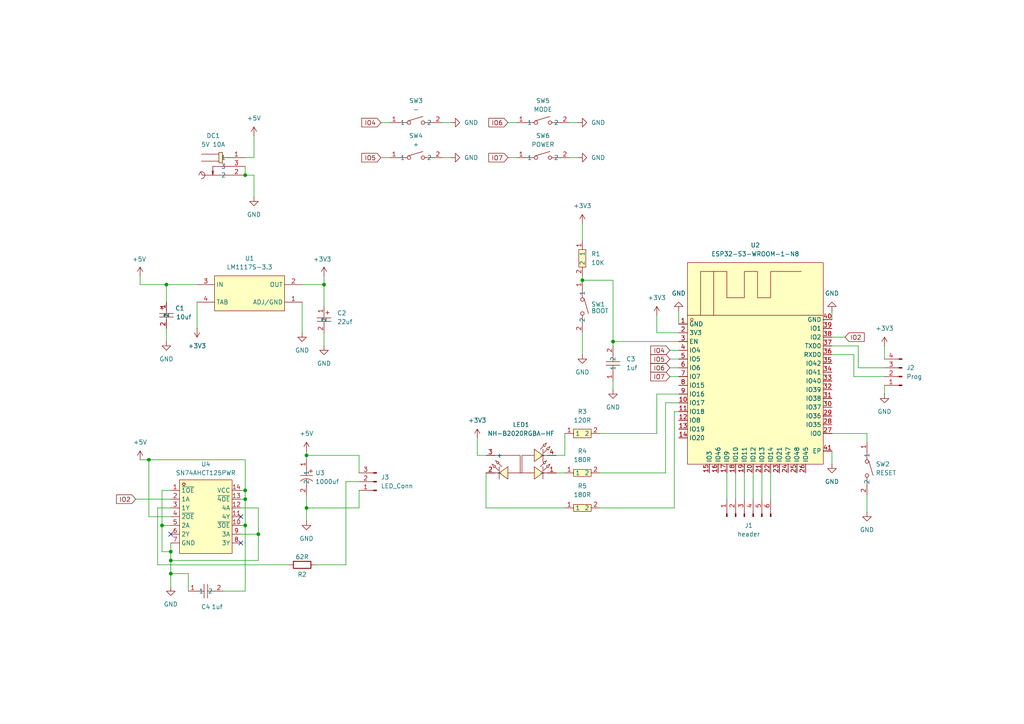
<source format=kicad_sch>
(kicad_sch (version 20250114) (generator "eeschema") (generator_version "9.0")
  (paper "A4")
  (title_block (title "ESP32-LED-CONTROLLER") (date "2025-07-26") (rev "v0.2") (company "ARKANDAS"))
  (lib_symbols
    (symbol "Connector:Conn_01x03_Pin" (pin_names (offset 1.016) (hide yes))
      (property "Reference" "J" (at 0 5.08 0))
      (property "Value" "Conn_01x03_Pin" (at 0 -5.08 0))
      (symbol "Conn_01x03_Pin_1_1"
        (rectangle (start 0.8636 2.667) (end 0 2.413) (stroke (width 0.1524)) (fill (type outline)))
        (rectangle (start 0.8636 0.127) (end 0 -0.127) (stroke (width 0.1524)) (fill (type outline)))
        (rectangle (start 0.8636 -2.413) (end 0 -2.667) (stroke (width 0.1524)) (fill (type outline)))
        (polyline (pts (xy 1.27 2.54) (xy 0.8636 2.54)) (stroke (width 0.1524)))
        (polyline (pts (xy 1.27 0) (xy 0.8636 0)) (stroke (width 0.1524)))
        (polyline (pts (xy 1.27 -2.54) (xy 0.8636 -2.54)) (stroke (width 0.1524)))
        (pin passive line (at 5.08 2.54 180) (length 3.81) (name "Pin_1") (number "1"))
        (pin passive line (at 5.08 0 180) (length 3.81) (name "Pin_2") (number "2"))
        (pin passive line (at 5.08 -2.54 180) (length 3.81) (name "Pin_3") (number "3"))
      )
    )
    (symbol "Connector:Conn_01x04_Pin" (pin_names (offset 1.016) (hide yes))
      (property "Reference" "J" (at 0 5.08 0))
      (property "Value" "Conn_01x04_Pin" (at 0 -7.62 0))
      (symbol "Conn_01x04_Pin_1_1"
        (rectangle (start 0.8636 2.667) (end 0 2.413) (stroke (width 0.1524)) (fill (type outline)))
        (rectangle (start 0.8636 0.127) (end 0 -0.127) (stroke (width 0.1524)) (fill (type outline)))
        (rectangle (start 0.8636 -2.413) (end 0 -2.667) (stroke (width 0.1524)) (fill (type outline)))
        (rectangle (start 0.8636 -4.953) (end 0 -5.207) (stroke (width 0.1524)) (fill (type outline)))
        (polyline (pts (xy 1.27 2.54) (xy 0.8636 2.54)) (stroke (width 0.1524)))
        (polyline (pts (xy 1.27 0) (xy 0.8636 0)) (stroke (width 0.1524)))
        (polyline (pts (xy 1.27 -2.54) (xy 0.8636 -2.54)) (stroke (width 0.1524)))
        (polyline (pts (xy 1.27 -5.08) (xy 0.8636 -5.08)) (stroke (width 0.1524)))
        (pin passive line (at 5.08 2.54 180) (length 3.81) (name "Pin_1") (number "1"))
        (pin passive line (at 5.08 0 180) (length 3.81) (name "Pin_2") (number "2"))
        (pin passive line (at 5.08 -2.54 180) (length 3.81) (name "Pin_3") (number "3"))
        (pin passive line (at 5.08 -5.08 180) (length 3.81) (name "Pin_4") (number "4"))
      )
    )
    (symbol "Connector:Conn_01x06_Pin" (pin_names (offset 1.016) (hide yes))
      (property "Reference" "J" (at 0 7.62 0))
      (property "Value" "Conn_01x06_Pin" (at 0 -10.16 0))
      (symbol "Conn_01x06_Pin_1_1"
        (rectangle (start 0.8636 5.207) (end 0 4.953) (stroke (width 0.1524)) (fill (type outline)))
        (rectangle (start 0.8636 2.667) (end 0 2.413) (stroke (width 0.1524)) (fill (type outline)))
        (rectangle (start 0.8636 0.127) (end 0 -0.127) (stroke (width 0.1524)) (fill (type outline)))
        (rectangle (start 0.8636 -2.413) (end 0 -2.667) (stroke (width 0.1524)) (fill (type outline)))
        (rectangle (start 0.8636 -4.953) (end 0 -5.207) (stroke (width 0.1524)) (fill (type outline)))
        (rectangle (start 0.8636 -7.493) (end 0 -7.747) (stroke (width 0.1524)) (fill (type outline)))
        (polyline (pts (xy 1.27 5.08) (xy 0.8636 5.08)) (stroke (width 0.1524)))
        (polyline (pts (xy 1.27 2.54) (xy 0.8636 2.54)) (stroke (width 0.1524)))
        (polyline (pts (xy 1.27 0) (xy 0.8636 0)) (stroke (width 0.1524)))
        (polyline (pts (xy 1.27 -2.54) (xy 0.8636 -2.54)) (stroke (width 0.1524)))
        (polyline (pts (xy 1.27 -5.08) (xy 0.8636 -5.08)) (stroke (width 0.1524)))
        (polyline (pts (xy 1.27 -7.62) (xy 0.8636 -7.62)) (stroke (width 0.1524)))
        (pin passive line (at 5.08 5.08 180) (length 3.81) (name "Pin_1") (number "1"))
        (pin passive line (at 5.08 2.54 180) (length 3.81) (name "Pin_2") (number "2"))
        (pin passive line (at 5.08 0 180) (length 3.81) (name "Pin_3") (number "3"))
        (pin passive line (at 5.08 -2.54 180) (length 3.81) (name "Pin_4") (number "4"))
        (pin passive line (at 5.08 -5.08 180) (length 3.81) (name "Pin_5") (number "5"))
        (pin passive line (at 5.08 -7.62 180) (length 3.81) (name "Pin_6") (number "6"))
      )
    )
    (symbol "Device:R" (pin_numbers (hide yes)) (pin_names (offset 0))
      (property "Reference" "R" (at 2.032 0 90))
      (property "Value" "R" (at 0 0 90))
      (symbol "R_0_1"
        (rectangle (start -1.016 -2.54) (end 1.016 2.54) (stroke (width 0.254)))
      )
      (symbol "R_1_1"
        (pin passive line (at 0 3.81 270) (length 1.27) (name "~") (number "1"))
        (pin passive line (at 0 -3.81 90) (length 1.27) (name "~") (number "2"))
      )
    )
    (symbol "easyeda2kicad:0603WAF1002T5E"
      (property "Reference" "R" (at 0 5.08 0))
      (property "Value" "0603WAF1002T5E" (at 0 -5.08 0))
      (symbol "0603WAF1002T5E_0_1"
        (rectangle (start -2.54 1.02) (end 2.54 -1.02) (fill (type background)))
        (pin input line (at -5.08 0 0) (length 2.54) (name "1") (number "1"))
        (pin input line (at 5.08 0 180) (length 2.54) (name "2") (number "2"))
      )
    )
    (symbol "easyeda2kicad:0603WAF1800T5E"
      (property "Reference" "R" (at 0 5.08 0))
      (property "Value" "0603WAF1800T5E" (at 0 -5.08 0))
      (symbol "0603WAF1800T5E_0_1"
        (rectangle (start -2.54 1.02) (end 2.54 -1.02) (fill (type background)))
        (pin input line (at -5.08 0 0) (length 2.54) (name "1") (number "1"))
        (pin input line (at 5.08 0 180) (length 2.54) (name "2") (number "2"))
      )
    )
    (symbol "easyeda2kicad:118EC333"
      (property "Reference" "U" (at 0 5.08 0))
      (property "Value" "118EC333" (at 0 -5.08 0))
      (symbol "118EC333_0_1"
        (polyline (pts (xy -2.54 0) (xy -0.51 0)))
        (polyline (pts (xy -2.29 1.27) (xy -1.27 1.27)))
        (polyline (pts (xy -1.78 1.78) (xy -1.78 0.76)))
        (polyline (pts (xy -0.51 1.78) (xy -0.51 -1.78)))
        (polyline (pts (xy 0.51 0) (xy 2.54 0)))
        (arc (start 1.13 -1.75) (mid 0.4221 0.0241) (end 1.15 1.79))
        (pin input line (at -5.08 0 0) (length 2.54) (name "1") (number "1"))
        (pin input line (at 5.08 0 180) (length 2.54) (name "2") (number "2"))
      )
    )
    (symbol "easyeda2kicad:CS1608X5R105K250NRB"
      (property "Reference" "C" (at 0 5.08 0))
      (property "Value" "CS1608X5R105K250NRB" (at 0 -5.08 0))
      (symbol "CS1608X5R105K250NRB_0_1"
        (polyline (pts (xy -0.51 0) (xy -2.54 0)))
        (polyline (pts (xy -0.51 -2.03) (xy -0.51 2.03)))
        (polyline (pts (xy 0.51 2.03) (xy 0.51 -2.03)))
        (polyline (pts (xy 2.54 0) (xy 0.51 0)))
        (pin unspecified line (at -5.08 0 0) (length 2.54) (name "1") (number "1"))
        (pin unspecified line (at 5.08 0 180) (length 2.54) (name "2") (number "2"))
      )
    )
    (symbol "easyeda2kicad:DC-005-5A-2.5"
      (property "Reference" "DC" (at 0 7.62 0))
      (property "Value" "DC-005-5A-2.5" (at 0 -7.62 0))
      (symbol "DC-005-5A-2.5_0_1"
        (arc (start -7.62 -1.52) (mid -6.6379 -2.54) (end -7.62 -3.56))
        (polyline (pts (xy -4.32 -2.54) (xy -4.06 -1.27)))
        (rectangle (start -2.54 4.06) (end -1.52 1.02) (fill (type background)))
        (polyline (pts (xy -2.54 3.56) (xy -7.62 3.56)))
        (polyline (pts (xy -2.54 1.52) (xy -7.62 1.52)))
        (polyline (pts (xy 0 2.54) (xy -1.52 2.54)))
        (polyline (pts (xy 0 0) (xy -4.32 0) (xy -4.32 -2.54) (xy -4.57 -1.27)))
        (polyline (pts (xy 0 -2.54) (xy -7.37 -2.54) (xy -7.87 -1.52) (xy -8.38 -2.54)))
        (pin unspecified line (at 5.08 2.54 180) (length 5.08) (name "1") (number "1"))
        (pin unspecified line (at 5.08 0 180) (length 5.08) (name "3") (number "3"))
        (pin unspecified line (at 5.08 -2.54 180) (length 5.08) (name "2") (number "2"))
      )
    )
    (symbol "easyeda2kicad:ESP32-S3-WROOM-1-N8"
      (property "Reference" "U" (at 0 19.05 0))
      (property "Value" "ESP32-S3-WROOM-1-N8" (at 0 -35.56 0))
      (symbol "ESP32-S3-WROOM-1-N8_0_1"
        (rectangle (start -20.32 30.48) (end 19.05 -27.94) (fill (type background)))
        (polyline (pts (xy -20.32 15.24) (xy 19.05 15.24)))
        (circle (center -19.05 13.97) (radius 0.38))
        (polyline (pts (xy -16.51 15.24) (xy -16.51 27.94) (xy -8.89 27.94) (xy -8.89 20.32) (xy -3.81 20.32) (xy -3.81 27.94) (xy 0 27.94) (xy 0 20.32) (xy 3.81 20.32) (xy 3.81 27.94) (xy 12.7 27.94)))
        (polyline (pts (xy -12.7 17.78) (xy -12.7 27.94)))
        (polyline (pts (xy -12.7 17.78) (xy -12.7 15.24)))
        (pin unspecified line (at -22.86 12.7 0) (length 2.54) (name "GND") (number "1"))
        (pin unspecified line (at -22.86 10.16 0) (length 2.54) (name "3V3") (number "2"))
        (pin unspecified line (at -22.86 7.62 0) (length 2.54) (name "EN") (number "3"))
        (pin unspecified line (at -22.86 5.08 0) (length 2.54) (name "IO4") (number "4"))
        (pin unspecified line (at -22.86 2.54 0) (length 2.54) (name "IO5") (number "5"))
        (pin unspecified line (at -22.86 0 0) (length 2.54) (name "IO6") (number "6"))
        (pin unspecified line (at -22.86 -2.54 0) (length 2.54) (name "IO7") (number "7"))
        (pin unspecified line (at -22.86 -5.08 0) (length 2.54) (name "IO15") (number "8"))
        (pin unspecified line (at -22.86 -7.62 0) (length 2.54) (name "IO16") (number "9"))
        (pin unspecified line (at -22.86 -10.16 0) (length 2.54) (name "IO17") (number "10"))
        (pin unspecified line (at -22.86 -12.7 0) (length 2.54) (name "IO18") (number "11"))
        (pin unspecified line (at -22.86 -15.24 0) (length 2.54) (name "IO8") (number "12"))
        (pin unspecified line (at -22.86 -17.78 0) (length 2.54) (name "IO19") (number "13"))
        (pin unspecified line (at -22.86 -20.32 0) (length 2.54) (name "IO20") (number "14"))
        (pin unspecified line (at -13.97 -30.48 90) (length 2.54) (name "IO3") (number "15"))
        (pin unspecified line (at -11.43 -30.48 90) (length 2.54) (name "IO46") (number "16"))
        (pin unspecified line (at -8.89 -30.48 90) (length 2.54) (name "IO9") (number "17"))
        (pin unspecified line (at -6.35 -30.48 90) (length 2.54) (name "IO10") (number "18"))
        (pin unspecified line (at -3.81 -30.48 90) (length 2.54) (name "IO11") (number "19"))
        (pin unspecified line (at -1.27 -30.48 90) (length 2.54) (name "IO12") (number "20"))
        (pin unspecified line (at 1.27 -30.48 90) (length 2.54) (name "IO13") (number "21"))
        (pin unspecified line (at 3.81 -30.48 90) (length 2.54) (name "IO14") (number "22"))
        (pin unspecified line (at 6.35 -30.48 90) (length 2.54) (name "IO21") (number "23"))
        (pin unspecified line (at 8.89 -30.48 90) (length 2.54) (name "IO47") (number "24"))
        (pin unspecified line (at 11.43 -30.48 90) (length 2.54) (name "IO48") (number "25"))
        (pin unspecified line (at 13.97 -30.48 90) (length 2.54) (name "IO45") (number "26"))
        (pin unspecified line (at 21.59 13.97 180) (length 2.54) (name "GND") (number "40"))
        (pin unspecified line (at 21.59 11.43 180) (length 2.54) (name "IO1") (number "39"))
        (pin unspecified line (at 21.59 8.89 180) (length 2.54) (name "IO2") (number "38"))
        (pin unspecified line (at 21.59 6.35 180) (length 2.54) (name "TXD0") (number "37"))
        (pin unspecified line (at 21.59 3.81 180) (length 2.54) (name "RXD0") (number "36"))
        (pin unspecified line (at 21.59 1.27 180) (length 2.54) (name "IO42") (number "35"))
        (pin unspecified line (at 21.59 -1.27 180) (length 2.54) (name "IO41") (number "34"))
        (pin unspecified line (at 21.59 -3.81 180) (length 2.54) (name "IO40") (number "33"))
        (pin unspecified line (at 21.59 -6.35 180) (length 2.54) (name "IO39") (number "32"))
        (pin unspecified line (at 21.59 -8.89 180) (length 2.54) (name "IO38") (number "31"))
        (pin unspecified line (at 21.59 -11.43 180) (length 2.54) (name "IO37") (number "30"))
        (pin unspecified line (at 21.59 -13.97 180) (length 2.54) (name "IO36") (number "29"))
        (pin unspecified line (at 21.59 -16.51 180) (length 2.54) (name "IO35") (number "28"))
        (pin unspecified line (at 21.59 -19.05 180) (length 2.54) (name "IO0") (number "27"))
        (pin unspecified line (at 21.59 -24.13 180) (length 2.54) (name "EP") (number "41"))
      )
    )
    (symbol "easyeda2kicad:FRC0603J121TS"
      (property "Reference" "R" (at 0 5.08 0))
      (property "Value" "FRC0603J121 TS" (at 0 -5.08 0))
      (symbol "FRC0603J121TS_0_1"
        (rectangle (start -2.54 1.27) (end 2.54 -1.27) (fill (type background)))
        (pin unspecified line (at -5.08 0 0) (length 2.54) (name "1") (number "1"))
        (pin unspecified line (at 5.08 0 180) (length 2.54) (name "2") (number "2"))
      )
    )
    (symbol "easyeda2kicad:LM1117S-3.3"
      (property "Reference" "U" (at 0 7.62 0))
      (property "Value" "LM1117S-3.3" (at 0 -7.62 0))
      (symbol "LM1117S-3.3_0_1"
        (rectangle (start -10.16 5.08) (end 10.16 -5.08) (fill (type background)))
        (pin power_in line (at -15.24 2.54 0) (length 5.08) (name "IN") (number "3"))
        (pin power_in line (at -15.24 -2.54 0) (length 5.08) (name "TAB") (number "4"))
        (pin power_in line (at 15.24 2.54 180) (length 5.08) (name "OUT") (number "2"))
        (pin unspecified line (at 15.24 -2.54 180) (length 5.08) (name "ADJ/GND") (number "1"))
      )
    )
    (symbol "easyeda2kicad:NH-B2020RGBA-HF"
      (property "Reference" "LED" (at 0 7.62 0))
      (property "Value" "NH-B2020RGBA-HF" (at 0 -7.62 0))
      (symbol "NH-B2020RGBA-HF_0_1"
        (polyline (pts (xy -8.38 0) (xy -7.37 -0.51) (xy -7.87 -1.02) (xy -8.38 0)) (fill (type background)))
        (polyline (pts (xy -7.37 1.02) (xy -6.35 0.51) (xy -6.86 0) (xy -7.37 1.02)) (fill (type background)))
        (polyline (pts (xy -6.6 -1.78) (xy -7.62 -0.76) (xy -6.6 -1.78)) (fill (type background)))
        (polyline (pts (xy -6.35 -0.76) (xy -6.35 -4.32)))
        (polyline (pts (xy -6.35 -2.54) (xy -7.62 -2.54)))
        (polyline (pts (xy -5.59 -0.76) (xy -6.6 0.25) (xy -5.59 -0.76)) (fill (type background)))
        (polyline (pts (xy -3.81 -0.76) (xy -6.35 -2.54) (xy -3.81 -4.32) (xy -3.81 -0.76)) (fill (type background)))
        (polyline (pts (xy -0.25 -2.54) (xy -0.25 2.54) (xy -7.62 2.54)))
        (polyline (pts (xy 0.25 -2.54) (xy 0.25 2.54) (xy 2.54 2.54)))
        (polyline (pts (xy 2.54 2.54) (xy 3.81 2.54)))
        (polyline (pts (xy 2.54 -2.54) (xy -3.81 -2.54)))
        (polyline (pts (xy 2.54 -2.54) (xy 3.81 -2.54)))
        (polyline (pts (xy 3.81 4.32) (xy 6.35 2.54) (xy 3.81 0.76) (xy 3.81 4.32)) (fill (type background)))
        (polyline (pts (xy 3.81 -0.76) (xy 6.35 -2.54) (xy 3.81 -4.32) (xy 3.81 -0.76)) (fill (type background)))
        (polyline (pts (xy 5.59 4.32) (xy 6.6 5.33) (xy 5.59 4.32)) (fill (type background)))
        (polyline (pts (xy 5.59 -0.76) (xy 6.6 0.25) (xy 5.59 -0.76)) (fill (type background)))
        (polyline (pts (xy 6.35 4.32) (xy 6.35 0.76)))
        (polyline (pts (xy 6.35 2.54) (xy 7.62 2.54)))
        (polyline (pts (xy 6.35 -0.76) (xy 6.35 -4.32)))
        (polyline (pts (xy 6.35 -2.54) (xy 7.62 -2.54)))
        (polyline (pts (xy 6.6 3.3) (xy 7.62 4.32) (xy 6.6 3.3)) (fill (type background)))
        (polyline (pts (xy 6.6 -1.78) (xy 7.62 -0.76) (xy 6.6 -1.78)) (fill (type background)))
        (polyline (pts (xy 7.37 6.1) (xy 6.35 5.59) (xy 6.86 5.08) (xy 7.37 6.1)) (fill (type background)))
        (polyline (pts (xy 7.37 1.02) (xy 6.35 0.51) (xy 6.86 0) (xy 7.37 1.02)) (fill (type background)))
        (polyline (pts (xy 8.38 5.08) (xy 7.37 4.57) (xy 7.87 4.06) (xy 8.38 5.08)) (fill (type background)))
        (polyline (pts (xy 8.38 0) (xy 7.37 -0.51) (xy 7.87 -1.02) (xy 8.38 0)) (fill (type background)))
        (pin unspecified line (at -10.16 2.54 0) (length 2.54) (name "+") (number "3"))
        (pin unspecified line (at -10.16 -2.54 0) (length 2.54) (name "-") (number "2"))
        (pin unspecified line (at 10.16 2.54 180) (length 2.54) (name "-") (number "4"))
        (pin unspecified line (at 10.16 -2.54 180) (length 2.54) (name "-") (number "1"))
      )
    )
    (symbol "easyeda2kicad:SN74AHCT125PWR"
      (property "Reference" "U" (at 0 12.7 0))
      (property "Value" "SN74AHCT125PWR" (at 0 -12.7 0))
      (symbol "SN74AHCT125PWR_0_1"
        (rectangle (start -7.62 10.67) (end 7.62 -10.67) (fill (type background)))
        (circle (center -6.35 9.4) (radius 0.38))
        (circle (center -6.35 9.4) (radius 0.38))
        (pin unspecified line (at -10.16 7.62 0) (length 2.54) (name "~{1OE}") (number "1"))
        (pin unspecified line (at -10.16 5.08 0) (length 2.54) (name "1A") (number "2"))
        (pin unspecified line (at -10.16 2.54 0) (length 2.54) (name "1Y") (number "3"))
        (pin unspecified line (at -10.16 0 0) (length 2.54) (name "~{2OE}") (number "4"))
        (pin unspecified line (at -10.16 -2.54 0) (length 2.54) (name "2A") (number "5"))
        (pin unspecified line (at -10.16 -5.08 0) (length 2.54) (name "2Y") (number "6"))
        (pin unspecified line (at -10.16 -7.62 0) (length 2.54) (name "GND") (number "7"))
        (pin unspecified line (at 10.16 7.62 180) (length 2.54) (name "VCC") (number "14"))
        (pin unspecified line (at 10.16 5.08 180) (length 2.54) (name "~{4OE}") (number "13"))
        (pin unspecified line (at 10.16 2.54 180) (length 2.54) (name "4A") (number "12"))
        (pin unspecified line (at 10.16 0 180) (length 2.54) (name "4Y") (number "11"))
        (pin unspecified line (at 10.16 -2.54 180) (length 2.54) (name "~{3OE}") (number "10"))
        (pin unspecified line (at 10.16 -5.08 180) (length 2.54) (name "3A") (number "9"))
        (pin unspecified line (at 10.16 -7.62 180) (length 2.54) (name "3Y") (number "8"))
      )
    )
    (symbol "easyeda2kicad:TAJA106K016RNJ"
      (property "Reference" "C" (at 0 5.08 0))
      (property "Value" "TAJA106K016RNJ" (at 0 -5.08 0))
      (symbol "TAJA106K016RNJ_0_1"
        (polyline (pts (xy -0.51 0) (xy -1.27 0)))
        (polyline (pts (xy -0.51 -2.03) (xy -0.51 2.03)))
        (polyline (pts (xy 0.51 -2.03) (xy 0.51 2.03)))
        (polyline (pts (xy 1.27 0) (xy 0.51 0)))
        (polyline (pts (xy 1.52 1.27) (xy 2.54 1.27)))
        (polyline (pts (xy 2.03 1.78) (xy 2.03 0.76)))
        (pin input line (at -3.81 0 0) (length 2.54) (name "2") (number "2"))
        (pin input line (at 3.81 0 180) (length 2.54) (name "1") (number "1"))
      )
    )
    (symbol "easyeda2kicad:TAJA226K010RNJ"
      (property "Reference" "C" (at 0 5.08 0))
      (property "Value" "TAJA226K010RNJ" (at 0 -5.08 0))
      (symbol "TAJA226K010RNJ_0_1"
        (polyline (pts (xy -0.51 0) (xy -1.27 0)))
        (polyline (pts (xy -0.51 -2.03) (xy -0.51 2.03)))
        (polyline (pts (xy 0.51 -2.03) (xy 0.51 2.03)))
        (polyline (pts (xy 1.27 0) (xy 0.51 0)))
        (polyline (pts (xy 2.03 -1.52) (xy 2.03 -0.51)))
        (polyline (pts (xy 2.54 -1.02) (xy 1.52 -1.02)))
        (pin input line (at -3.81 0 0) (length 2.54) (name "2") (number "2"))
        (pin input line (at 3.81 0 180) (length 2.54) (name "1") (number "1"))
      )
    )
    (symbol "easyeda2kicad:TS-1088-AR02016"
      (property "Reference" "SW" (at 0 5.08 0))
      (property "Value" "TS-1088-AR02016" (at 0 -5.08 0))
      (symbol "TS-1088-AR02016_0_1"
        (polyline (pts (xy -5.08 0) (xy -2.54 0)))
        (polyline (pts (xy -2.29 0.51) (xy 2.03 1.78)))
        (circle (center -2.03 0) (radius 0.51))
        (circle (center 2.03 0) (radius 0.51))
        (polyline (pts (xy 5.08 0) (xy 2.54 0)))
        (pin unspecified line (at -7.62 0 0) (length 2.54) (name "1") (number "1"))
        (pin unspecified line (at 7.62 0 180) (length 2.54) (name "2") (number "2"))
      )
    )
    (symbol "power:+3V3" (power) (pin_numbers (hide yes)) (pin_names (offset 0) (hide yes))
      (property "Value" "+3V3" (at 0 3.556 0))
      (symbol "+3V3_0_1"
        (polyline (pts (xy -0.762 1.27) (xy 0 2.54)))
        (polyline (pts (xy 0 2.54) (xy 0.762 1.27)))
        (polyline (pts (xy 0 0) (xy 0 2.54)))
      )
      (symbol "+3V3_1_1"
        (pin power_in line (at 0 0 90) (length 0) (name "~") (number "1"))
      )
    )
    (symbol "power:+5V" (power) (pin_numbers (hide yes)) (pin_names (offset 0) (hide yes))
      (property "Value" "+5V" (at 0 3.556 0))
      (symbol "+5V_0_1"
        (polyline (pts (xy -0.762 1.27) (xy 0 2.54)))
        (polyline (pts (xy 0 2.54) (xy 0.762 1.27)))
        (polyline (pts (xy 0 0) (xy 0 2.54)))
      )
      (symbol "+5V_1_1"
        (pin power_in line (at 0 0 90) (length 0) (name "~") (number "1"))
      )
    )
    (symbol "power:GND" (power) (pin_numbers (hide yes)) (pin_names (offset 0) (hide yes))
      (property "Value" "GND" (at 0 -3.81 0))
      (symbol "GND_0_1"
        (polyline (pts (xy 0 0) (xy 0 -1.27) (xy 1.27 -1.27) (xy 0 -2.54) (xy -1.27 -1.27) (xy 0 -1.27)))
      )
      (symbol "GND_1_1"
        (pin power_in line (at 0 0 270) (length 0) (name "~") (number "1"))
      )
    )
  )
  (junction (at 88.9 147.32))
  (junction (at 74.93 154.94))
  (junction (at 88.9 132.08))
  (junction (at 168.91 81.28))
  (junction (at 49.53 160.02))
  (junction (at 177.8 99.06))
  (junction (at 71.12 144.78))
  (junction (at 71.12 50.8))
  (junction (at 49.53 166.37))
  (junction (at 71.12 152.4))
  (junction (at 49.53 162.56))
  (junction (at 43.18 133.35))
  (junction (at 93.98 82.55))
  (junction (at 46.99 152.4))
  (junction (at 48.26 82.55))
  (junction (at 71.12 142.24))
  (no_connect (at 49.53 154.94))
  (no_connect (at 69.85 149.86))
  (no_connect (at 69.85 157.48))
  (wire (pts (xy 43.18 133.35) (xy 71.12 133.35)))
  (wire (pts (xy 256.54 100.33) (xy 256.54 104.14)))
  (wire (pts (xy 88.9 143.51) (xy 88.9 147.32)))
  (wire (pts (xy 196.85 96.52) (xy 190.5 96.52)))
  (wire (pts (xy 71.12 144.78) (xy 71.12 152.4)))
  (wire (pts (xy 247.65 109.22) (xy 256.54 109.22)))
  (wire (pts (xy 196.85 114.3) (xy 190.5 114.3)))
  (wire (pts (xy 46.99 142.24) (xy 46.99 152.4)))
  (wire (pts (xy 88.9 147.32) (xy 104.14 147.32)))
  (wire (pts (xy 73.66 45.72) (xy 73.66 39.37)))
  (wire (pts (xy 165.1 45.72) (xy 167.64 45.72)))
  (wire (pts (xy 241.3 102.87) (xy 247.65 102.87)))
  (wire (pts (xy 161.29 137.16) (xy 163.83 137.16)))
  (wire (pts (xy 48.26 82.55) (xy 48.26 87.63)))
  (wire (pts (xy 173.99 137.16) (xy 193.04 137.16)))
  (wire (pts (xy 177.8 99.06) (xy 177.8 100.33)))
  (wire (pts (xy 88.9 147.32) (xy 88.9 151.13)))
  (wire (pts (xy 104.14 132.08) (xy 104.14 137.16)))
  (wire (pts (xy 93.98 96.52) (xy 93.98 100.33)))
  (wire (pts (xy 71.12 142.24) (xy 69.85 142.24)))
  (wire (pts (xy 49.53 162.56) (xy 49.53 166.37)))
  (wire (pts (xy 147.32 35.56) (xy 149.86 35.56)))
  (wire (pts (xy 177.8 81.28) (xy 177.8 99.06)))
  (wire (pts (xy 69.85 144.78) (xy 71.12 144.78)))
  (wire (pts (xy 140.97 132.08) (xy 138.43 132.08)))
  (wire (pts (xy 248.92 100.33) (xy 241.3 100.33)))
  (wire (pts (xy 57.15 87.63) (xy 57.15 95.25)))
  (wire (pts (xy 40.64 80.01) (xy 40.64 82.55)))
  (wire (pts (xy 71.12 45.72) (xy 73.66 45.72)))
  (wire (pts (xy 49.53 144.78) (xy 39.37 144.78)))
  (wire (pts (xy 138.43 132.08) (xy 138.43 127)))
  (wire (pts (xy 74.93 162.56) (xy 49.53 162.56)))
  (wire (pts (xy 220.98 137.16) (xy 220.98 144.78)))
  (wire (pts (xy 88.9 132.08) (xy 104.14 132.08)))
  (wire (pts (xy 64.77 171.45) (xy 71.12 171.45)))
  (wire (pts (xy 210.82 137.16) (xy 210.82 144.78)))
  (wire (pts (xy 43.18 149.86) (xy 43.18 133.35)))
  (wire (pts (xy 190.5 114.3) (xy 190.5 125.73)))
  (wire (pts (xy 193.04 137.16) (xy 193.04 116.84)))
  (wire (pts (xy 241.3 130.81) (xy 241.3 134.62)))
  (wire (pts (xy 190.5 96.52) (xy 190.5 91.44)))
  (wire (pts (xy 88.9 130.81) (xy 88.9 132.08)))
  (wire (pts (xy 196.85 99.06) (xy 177.8 99.06)))
  (wire (pts (xy 251.46 143.51) (xy 251.46 148.59)))
  (wire (pts (xy 46.99 160.02) (xy 46.99 152.4)))
  (wire (pts (xy 168.91 64.77) (xy 168.91 69.85)))
  (wire (pts (xy 194.31 106.68) (xy 196.85 106.68)))
  (wire (pts (xy 40.64 82.55) (xy 48.26 82.55)))
  (wire (pts (xy 49.53 157.48) (xy 49.53 160.02)))
  (wire (pts (xy 100.33 163.83) (xy 100.33 139.7)))
  (wire (pts (xy 45.72 163.83) (xy 83.82 163.83)))
  (wire (pts (xy 173.99 147.32) (xy 195.58 147.32)))
  (wire (pts (xy 48.26 95.25) (xy 48.26 99.06)))
  (wire (pts (xy 110.49 45.72) (xy 113.03 45.72)))
  (wire (pts (xy 71.12 50.8) (xy 73.66 50.8)))
  (wire (pts (xy 177.8 110.49) (xy 177.8 113.03)))
  (wire (pts (xy 40.64 133.35) (xy 43.18 133.35)))
  (wire (pts (xy 194.31 101.6) (xy 196.85 101.6)))
  (wire (pts (xy 69.85 147.32) (xy 74.93 147.32)))
  (wire (pts (xy 195.58 119.38) (xy 195.58 147.32)))
  (wire (pts (xy 93.98 82.55) (xy 93.98 88.9)))
  (wire (pts (xy 194.31 109.22) (xy 196.85 109.22)))
  (wire (pts (xy 91.44 163.83) (xy 100.33 163.83)))
  (wire (pts (xy 195.58 119.38) (xy 196.85 119.38)))
  (wire (pts (xy 223.52 137.16) (xy 223.52 144.78)))
  (wire (pts (xy 218.44 137.16) (xy 218.44 144.78)))
  (wire (pts (xy 128.27 45.72) (xy 130.81 45.72)))
  (wire (pts (xy 147.32 45.72) (xy 149.86 45.72)))
  (wire (pts (xy 241.3 92.71) (xy 241.3 90.17)))
  (wire (pts (xy 73.66 50.8) (xy 73.66 57.15)))
  (wire (pts (xy 168.91 80.01) (xy 168.91 81.28)))
  (wire (pts (xy 193.04 116.84) (xy 196.85 116.84)))
  (wire (pts (xy 74.93 154.94) (xy 69.85 154.94)))
  (wire (pts (xy 194.31 104.14) (xy 196.85 104.14)))
  (wire (pts (xy 49.53 166.37) (xy 49.53 170.18)))
  (wire (pts (xy 74.93 154.94) (xy 74.93 162.56)))
  (wire (pts (xy 87.63 82.55) (xy 93.98 82.55)))
  (wire (pts (xy 49.53 149.86) (xy 43.18 149.86)))
  (wire (pts (xy 163.83 132.08) (xy 163.83 125.73)))
  (wire (pts (xy 49.53 142.24) (xy 46.99 142.24)))
  (wire (pts (xy 49.53 160.02) (xy 46.99 160.02)))
  (wire (pts (xy 49.53 147.32) (xy 45.72 147.32)))
  (wire (pts (xy 165.1 35.56) (xy 167.64 35.56)))
  (wire (pts (xy 93.98 80.01) (xy 93.98 82.55)))
  (wire (pts (xy 196.85 93.98) (xy 196.85 90.17)))
  (wire (pts (xy 71.12 48.26) (xy 71.12 50.8)))
  (wire (pts (xy 140.97 147.32) (xy 163.83 147.32)))
  (wire (pts (xy 54.61 166.37) (xy 54.61 171.45)))
  (wire (pts (xy 248.92 106.68) (xy 248.92 100.33)))
  (wire (pts (xy 168.91 96.52) (xy 168.91 102.87)))
  (wire (pts (xy 71.12 142.24) (xy 71.12 144.78)))
  (wire (pts (xy 71.12 171.45) (xy 71.12 152.4)))
  (wire (pts (xy 140.97 137.16) (xy 140.97 147.32)))
  (wire (pts (xy 87.63 87.63) (xy 87.63 96.52)))
  (wire (pts (xy 104.14 147.32) (xy 104.14 142.24)))
  (wire (pts (xy 88.9 133.35) (xy 88.9 132.08)))
  (wire (pts (xy 57.15 82.55) (xy 48.26 82.55)))
  (wire (pts (xy 190.5 125.73) (xy 173.99 125.73)))
  (wire (pts (xy 45.72 147.32) (xy 45.72 163.83)))
  (wire (pts (xy 49.53 160.02) (xy 49.53 162.56)))
  (wire (pts (xy 69.85 152.4) (xy 71.12 152.4)))
  (wire (pts (xy 161.29 132.08) (xy 163.83 132.08)))
  (wire (pts (xy 247.65 102.87) (xy 247.65 109.22)))
  (wire (pts (xy 110.49 35.56) (xy 113.03 35.56)))
  (wire (pts (xy 46.99 152.4) (xy 49.53 152.4)))
  (wire (pts (xy 251.46 125.73) (xy 251.46 128.27)))
  (wire (pts (xy 71.12 133.35) (xy 71.12 142.24)))
  (wire (pts (xy 49.53 166.37) (xy 54.61 166.37)))
  (wire (pts (xy 213.36 137.16) (xy 213.36 144.78)))
  (wire (pts (xy 100.33 139.7) (xy 104.14 139.7)))
  (wire (pts (xy 128.27 35.56) (xy 130.81 35.56)))
  (wire (pts (xy 215.9 137.16) (xy 215.9 144.78)))
  (wire (pts (xy 177.8 81.28) (xy 168.91 81.28)))
  (wire (pts (xy 256.54 111.76) (xy 256.54 114.3)))
  (wire (pts (xy 74.93 147.32) (xy 74.93 154.94)))
  (wire (pts (xy 251.46 125.73) (xy 241.3 125.73)))
  (wire (pts (xy 241.3 97.79) (xy 245.11 97.79)))
  (wire (pts (xy 256.54 106.68) (xy 248.92 106.68)))
  (global_label "IO6" (shape input) (at 147.32 35.56 180) (property "Intersheetrefs" "${INTERSHEET_REFS}" (effects (hide yes))))
  (global_label "IO5" (shape input) (at 110.49 45.72 180) (property "Intersheetrefs" "${INTERSHEET_REFS}" (effects (hide yes))))
  (global_label "IO5" (shape input) (at 194.31 104.14 180) (property "Intersheetrefs" "${INTERSHEET_REFS}" (effects (hide yes))))
  (global_label "IO7" (shape input) (at 194.31 109.22 180) (property "Intersheetrefs" "${INTERSHEET_REFS}" (effects (hide yes))))
  (global_label "IO4" (shape input) (at 110.49 35.56 180) (property "Intersheetrefs" "${INTERSHEET_REFS}" (effects (hide yes))))
  (global_label "IO4" (shape input) (at 194.31 101.6 180) (property "Intersheetrefs" "${INTERSHEET_REFS}" (effects (hide yes))))
  (global_label "IO6" (shape input) (at 194.31 106.68 180) (property "Intersheetrefs" "${INTERSHEET_REFS}" (effects (hide yes))))
  (global_label "IO2" (shape input) (at 39.37 144.78 180) (property "Intersheetrefs" "${INTERSHEET_REFS}" (effects (hide yes))))
  (global_label "IO7" (shape input) (at 147.32 45.72 180) (property "Intersheetrefs" "${INTERSHEET_REFS}" (effects (hide yes))))
  (global_label "IO2" (shape input) (at 245.11 97.79 0) (property "Intersheetrefs" "${INTERSHEET_REFS}" (effects (hide yes))))
  (symbol (lib_id "power:+3V3") (at 256.54 100.33 0) (unit 1)
    (property "Reference" "#PWR021" (effects (hide yes)))
    (property "Value" "+3V3" (at 256.54 95.25 0))
    (property "Description" "Power symbol creates a global label with name \"+3V3\"" (effects (hide yes)))
  )
  (symbol (lib_id "power:GND") (at 241.3 134.62 0) (unit 1)
    (property "Reference" "#PWR010" (effects (hide yes)))
    (property "Value" "GND" (at 241.3 139.7 0))
    (property "Description" "Power symbol creates a global label with name \"GND\" , ground" (effects (hide yes)))
  )
  (symbol (lib_id "power:GND") (at 256.54 114.3 0) (unit 1)
    (property "Reference" "#PWR017" (effects (hide yes)))
    (property "Value" "GND" (at 256.54 119.38 0))
    (property "Description" "Power symbol creates a global label with name \"GND\" , ground" (effects (hide yes)))
  )
  (symbol (lib_id "power:GND") (at 49.53 170.18 0) (unit 1)
    (property "Reference" "#PWR023" (effects (hide yes)))
    (property "Value" "GND" (at 49.53 175.26 0))
    (property "Description" "Power symbol creates a global label with name \"GND\" , ground" (effects (hide yes)))
  )
  (symbol (lib_id "power:GND") (at 167.64 45.72 90) (unit 1)
    (property "Reference" "#PWR027" (effects (hide yes)))
    (property "Value" "GND" (at 171.45 45.7199 90) (effects (justify right)))
    (property "Description" "Power symbol creates a global label with name \"GND\" , ground" (effects (hide yes)))
  )
  (symbol (lib_id "power:+3V3") (at 93.98 80.01 0) (unit 1)
    (property "Reference" "#PWR03" (effects (hide yes)))
    (property "Value" "+3V3" (at 93.472 75.184 0))
    (property "Description" "Power symbol creates a global label with name \"+3V3\"" (effects (hide yes)))
  )
  (symbol (lib_id "easyeda2kicad:TS-1088-AR02016") (at 157.48 35.56 0) (unit 1)
    (property "Reference" "SW5" (at 157.48 29.21 0))
    (property "Value" "MODE" (at 157.48 31.75 0))
    (property "Footprint" "easyeda2kicad:SW-SMD_L3.9-W3.0-P4.45" (effects (hide yes)))
    (property "Datasheet" "https://lcsc.com/product-detail/Tactile-Switches_XUNPU-TS-1088-AR02016_C720477.html" (effects (hide yes)))
    (property "LCSC Part" "C720477" (effects (hide yes)))
  )
  (symbol (lib_id "power:GND") (at 130.81 35.56 90) (unit 1)
    (property "Reference" "#PWR024" (effects (hide yes)))
    (property "Value" "GND" (at 134.62 35.5599 90) (effects (justify right)))
    (property "Description" "Power symbol creates a global label with name \"GND\" , ground" (effects (hide yes)))
  )
  (symbol (lib_id "Connector:Conn_01x03_Pin") (at 109.22 139.7 180) (unit 1)
    (property "Reference" "J3" (at 110.49 138.4299 0) (effects (justify right)))
    (property "Value" "LED_Conn" (at 110.49 140.9699 0) (effects (justify right)))
    (property "Footprint" "TerminalBlock:TerminalBlock_MaiXu_MX126-5.0-03P_1x03_P5.00mm" (effects (hide yes)))
    (property "Description" "Generic connector, single row, 01x03, script generated" (effects (hide yes)))
  )
  (symbol (lib_id "easyeda2kicad:CS1608X5R105K250NRB") (at 59.69 171.45 0) (unit 1)
    (property "Reference" "C4" (at 59.69 176.022 0))
    (property "Value" "1uf" (at 62.992 176.022 0))
    (property "Footprint" "easyeda2kicad:C0603" (effects (hide yes)))
    (property "LCSC Part" "C2918486" (effects (hide yes)))
  )
  (symbol (lib_id "power:GND") (at 168.91 102.87 0) (unit 1)
    (property "Reference" "#PWR014" (effects (hide yes)))
    (property "Value" "GND" (at 168.91 107.95 0))
    (property "Description" "Power symbol creates a global label with name \"GND\" , ground" (effects (hide yes)))
  )
  (symbol (lib_id "power:GND") (at 87.63 96.52 0) (unit 1)
    (property "Reference" "#PWR06" (effects (hide yes)))
    (property "Value" "GND" (at 87.63 101.6 0))
    (property "Description" "Power symbol creates a global label with name \"GND\" , ground" (effects (hide yes)))
  )
  (symbol (lib_id "easyeda2kicad:FRC0603J121TS") (at 168.91 125.73 0) (unit 1)
    (property "Reference" "R3" (at 168.91 119.38 0))
    (property "Value" "120R" (at 168.91 121.92 0))
    (property "Footprint" "easyeda2kicad:R0603" (effects (hide yes)))
    (property "LCSC Part" "C2907096" (effects (hide yes)))
  )
  (symbol (lib_id "power:GND") (at 167.64 35.56 90) (unit 1)
    (property "Reference" "#PWR026" (effects (hide yes)))
    (property "Value" "GND" (at 171.45 35.5599 90) (effects (justify right)))
    (property "Description" "Power symbol creates a global label with name \"GND\" , ground" (effects (hide yes)))
  )
  (symbol (lib_id "power:GND") (at 251.46 148.59 0) (unit 1)
    (property "Reference" "#PWR016" (effects (hide yes)))
    (property "Value" "GND" (at 251.46 153.67 0))
    (property "Description" "Power symbol creates a global label with name \"GND\" , ground" (effects (hide yes)))
  )
  (symbol (lib_id "easyeda2kicad:0603WAF1800T5E") (at 168.91 147.32 0) (unit 1)
    (property "Reference" "R5" (at 168.91 140.97 0))
    (property "Value" "180R" (at 168.91 143.51 0))
    (property "Footprint" "easyeda2kicad:R0603" (effects (hide yes)))
    (property "Datasheet" "https://lcsc.com/product-detail/Chip-Resistor-Surface-Mount-UniOhm_180R-1800-1_C22828.html" (effects (hide yes)))
    (property "LCSC Part" "C22828" (effects (hide yes)))
  )
  (symbol (lib_id "easyeda2kicad:SN74AHCT125PWR") (at 59.69 149.86 0) (unit 1)
    (property "Reference" "U4" (at 59.69 134.62 0))
    (property "Value" "SN74AHCT125PWR" (at 59.69 137.16 0))
    (property "Footprint" "easyeda2kicad:TSSOP-14_L5.0-W4.4-P0.65-LS6.4-BL" (effects (hide yes)))
    (property "Datasheet" "https://lcsc.com/product-detail/74-Series_TI_SN74AHCT125PWR_SN74AHCT125PWR_C36365.html" (effects (hide yes)))
    (property "LCSC Part" "C36365" (effects (hide yes)))
  )
  (symbol (lib_id "power:GND") (at 177.8 113.03 0) (unit 1)
    (property "Reference" "#PWR011" (effects (hide yes)))
    (property "Value" "GND" (at 177.8 118.11 0))
    (property "Description" "Power symbol creates a global label with name \"GND\" , ground" (effects (hide yes)))
  )
  (symbol (lib_id "power:+3V3") (at 57.15 95.25 180) (unit 1)
    (property "Reference" "#PWR04" (effects (hide yes)))
    (property "Value" "+3V3" (at 57.15 100.33 0))
    (property "Description" "Power symbol creates a global label with name \"+3V3\"" (effects (hide yes)))
  )
  (symbol (lib_id "easyeda2kicad:TS-1088-AR02016") (at 157.48 45.72 0) (unit 1)
    (property "Reference" "SW6" (at 157.48 39.37 0))
    (property "Value" "POWER" (at 157.48 41.91 0))
    (property "Footprint" "easyeda2kicad:SW-SMD_L3.9-W3.0-P4.45" (effects (hide yes)))
    (property "Datasheet" "https://lcsc.com/product-detail/Tactile-Switches_XUNPU-TS-1088-AR02016_C720477.html" (effects (hide yes)))
    (property "LCSC Part" "C720477" (effects (hide yes)))
  )
  (symbol (lib_id "easyeda2kicad:TAJA226K010RNJ") (at 93.98 92.71 90) (unit 1)
    (property "Reference" "C2" (at 97.79 90.8049 90) (effects (justify right)))
    (property "Value" "22uf" (at 97.79 93.3449 90) (effects (justify right)))
    (property "Footprint" "easyeda2kicad:CASE-A_3216" (effects (hide yes)))
    (property "Datasheet" "https://lcsc.com/product-detail/Tantalum-Capacitors_AVX_TAJA226K010RNJ_22uF-226-10-10V_C11366.html" (effects (hide yes)))
    (property "LCSC Part" "C11366" (effects (hide yes)))
  )
  (symbol (lib_id "easyeda2kicad:LM1117S-3.3") (at 72.39 85.09 0) (unit 1)
    (property "Reference" "U1" (at 72.39 74.93 0))
    (property "Value" "LM1117S-3.3" (at 72.39 77.47 0))
    (property "Footprint" "easyeda2kicad:SOT-223-3_L6.5-W3.4-P2.30-LS7.0-BR" (effects (hide yes)))
    (property "Datasheet" "https://lcsc.com/product-detail/Low-Dropout-Regulators-LDO_HTC_LM1117S-3-3_LM1117S-3-3_C126027.html" (effects (hide yes)))
    (property "LCSC Part" "C126027" (effects (hide yes)))
  )
  (symbol (lib_id "power:GND") (at 88.9 151.13 0) (unit 1)
    (property "Reference" "#PWR020" (effects (hide yes)))
    (property "Value" "GND" (at 88.9 156.21 0))
    (property "Description" "Power symbol creates a global label with name \"GND\" , ground" (effects (hide yes)))
  )
  (symbol (lib_id "power:GND") (at 48.26 99.06 0) (unit 1)
    (property "Reference" "#PWR05" (effects (hide yes)))
    (property "Value" "GND" (at 48.26 104.14 0))
    (property "Description" "Power symbol creates a global label with name \"GND\" , ground" (effects (hide yes)))
  )
  (symbol (lib_id "power:+5V") (at 40.64 133.35 0) (unit 1)
    (property "Reference" "#PWR022" (effects (hide yes)))
    (property "Value" "+5V" (at 40.64 128.27 0))
    (property "Description" "Power symbol creates a global label with name \"+5V\"" (effects (hide yes)))
  )
  (symbol (lib_id "easyeda2kicad:CS1608X5R105K250NRB") (at 177.8 105.41 90) (unit 1)
    (property "Reference" "C3" (at 181.61 104.1399 90) (effects (justify right)))
    (property "Value" "1uf" (at 181.61 106.6799 90) (effects (justify right)))
    (property "Footprint" "easyeda2kicad:C0603" (effects (hide yes)))
    (property "LCSC Part" "C2918486" (effects (hide yes)))
  )
  (symbol (lib_id "power:GND") (at 130.81 45.72 90) (unit 1)
    (property "Reference" "#PWR025" (effects (hide yes)))
    (property "Value" "GND" (at 134.62 45.7199 90) (effects (justify right)))
    (property "Description" "Power symbol creates a global label with name \"GND\" , ground" (effects (hide yes)))
  )
  (symbol (lib_id "Connector:Conn_01x06_Pin") (at 215.9 149.86 90) (unit 1)
    (property "Reference" "J1" (at 217.17 152.4 90))
    (property "Value" "header" (at 217.17 154.94 90))
    (property "Footprint" "Connector_PinHeader_2.54mm:PinHeader_1x06_P2.54mm_Vertical" (effects (hide yes)))
    (property "Description" "Generic connector, single row, 01x06, script generated" (effects (hide yes)))
  )
  (symbol (lib_id "easyeda2kicad:TS-1088-AR02016") (at 251.46 135.89 270) (unit 1)
    (property "Reference" "SW2" (at 254 134.6199 90) (effects (justify left)))
    (property "Value" "RESET" (at 254 137.1599 90) (effects (justify left)))
    (property "Footprint" "easyeda2kicad:SW-SMD_L3.9-W3.0-P4.45" (effects (hide yes)))
    (property "Datasheet" "https://lcsc.com/product-detail/Tactile-Switches_XUNPU-TS-1088-AR02016_C720477.html" (effects (hide yes)))
    (property "LCSC Part" "C720477" (effects (hide yes)))
  )
  (symbol (lib_id "Device:R") (at 87.63 163.83 90) (unit 1)
    (property "Reference" "R2" (at 87.63 166.624 90))
    (property "Value" "62R" (at 87.63 161.544 90))
    (property "Footprint" "Resistor_SMD:R_1206_3216Metric" (effects (hide yes)))
    (property "Description" "Resistor" (effects (hide yes)))
    (property "LCSC Part" "C3013271" (effects (hide yes)))
  )
  (symbol (lib_id "power:+5V") (at 88.9 130.81 0) (unit 1)
    (property "Reference" "#PWR019" (effects (hide yes)))
    (property "Value" "+5V" (at 88.9 125.73 0))
    (property "Description" "Power symbol creates a global label with name \"+5V\"" (effects (hide yes)))
  )
  (symbol (lib_id "easyeda2kicad:0603WAF1800T5E") (at 168.91 137.16 0) (unit 1)
    (property "Reference" "R4" (at 168.91 130.81 0))
    (property "Value" "180R" (at 168.91 133.35 0))
    (property "Footprint" "easyeda2kicad:R0603" (effects (hide yes)))
    (property "Datasheet" "https://lcsc.com/product-detail/Chip-Resistor-Surface-Mount-UniOhm_180R-1800-1_C22828.html" (effects (hide yes)))
    (property "LCSC Part" "C22828" (effects (hide yes)))
  )
  (symbol (lib_id "power:GND") (at 73.66 57.15 0) (unit 1)
    (property "Reference" "#PWR013" (effects (hide yes)))
    (property "Value" "GND" (at 73.66 62.23 0))
    (property "Description" "Power symbol creates a global label with name \"GND\" , ground" (effects (hide yes)))
  )
  (symbol (lib_id "easyeda2kicad:DC-005-5A-2.5") (at 66.04 48.26 0) (unit 1)
    (property "Reference" "DC1" (at 61.85 39.37 0))
    (property "Value" "5V 10A" (at 61.85 41.91 0))
    (property "Footprint" "easyeda2kicad:DC-IN-TH_DC-005-5A-2.5" (effects (hide yes)))
    (property "Datasheet" "https://lcsc.com/product-detail/New-Arrivals_XKB-Enterprise-DC-005-5A-2-5_C381115.html" (effects (hide yes)))
    (property "LCSC Part" "C381115" (effects (hide yes)))
  )
  (symbol (lib_id "power:GND") (at 241.3 90.17 180) (unit 1)
    (property "Reference" "#PWR09" (effects (hide yes)))
    (property "Value" "GND" (at 241.3 85.09 0))
    (property "Description" "Power symbol creates a global label with name \"GND\" , ground" (effects (hide yes)))
  )
  (symbol (lib_id "easyeda2kicad:118EC333") (at 88.9 138.43 270) (unit 1)
    (property "Reference" "U3" (at 91.44 137.1599 90) (effects (justify left)))
    (property "Value" "1000uf" (at 91.44 139.6999 90) (effects (justify left)))
    (property "Footprint" "easyeda2kicad:CAP-SMD_BD8.0-L8.3-W8.3-LS9.1-FD" (effects (hide yes)))
    (property "LCSC Part" "C19191929" (effects (hide yes)))
  )
  (symbol (lib_id "easyeda2kicad:ESP32-S3-WROOM-1-N8") (at 219.71 106.68 0) (unit 1)
    (property "Reference" "U2" (at 219.075 71.12 0))
    (property "Value" "ESP32-S3-WROOM-1-N8" (at 219.075 73.66 0))
    (property "Footprint" "easyeda2kicad:WIFIM-SMD_ESP32-S3-WROOM-1-N8" (effects (hide yes)))
    (property "LCSC Part" "C2913198" (effects (hide yes)))
  )
  (symbol (lib_id "power:+5V") (at 73.66 39.37 0) (unit 1)
    (property "Reference" "#PWR01" (effects (hide yes)))
    (property "Value" "+5V" (at 73.66 34.29 0))
    (property "Description" "Power symbol creates a global label with name \"+5V\"" (effects (hide yes)))
  )
  (symbol (lib_id "easyeda2kicad:TS-1088-AR02016") (at 120.65 45.72 0) (unit 1)
    (property "Reference" "SW4" (at 120.65 39.37 0))
    (property "Value" "+" (at 120.65 41.91 0))
    (property "Footprint" "easyeda2kicad:SW-SMD_L3.9-W3.0-P4.45" (effects (hide yes)))
    (property "Datasheet" "https://lcsc.com/product-detail/Tactile-Switches_XUNPU-TS-1088-AR02016_C720477.html" (effects (hide yes)))
    (property "LCSC Part" "C720477" (effects (hide yes)))
  )
  (symbol (lib_id "Connector:Conn_01x04_Pin") (at 261.62 109.22 180) (unit 1)
    (property "Reference" "J2" (at 262.89 106.6799 0) (effects (justify right)))
    (property "Value" "Prog" (at 262.89 109.2199 0) (effects (justify right)))
    (property "Footprint" "Connector_PinHeader_2.54mm:PinHeader_1x04_P2.54mm_Vertical" (effects (hide yes)))
    (property "Description" "Generic connector, single row, 01x04, script generated" (effects (hide yes)))
  )
  (symbol (lib_id "power:GND") (at 196.85 90.17 180) (unit 1)
    (property "Reference" "#PWR08" (effects (hide yes)))
    (property "Value" "GND" (at 196.85 85.09 0))
    (property "Description" "Power symbol creates a global label with name \"GND\" , ground" (effects (hide yes)))
  )
  (symbol (lib_id "easyeda2kicad:TS-1088-AR02016") (at 120.65 35.56 0) (unit 1)
    (property "Reference" "SW3" (at 120.65 29.21 0))
    (property "Value" "-" (at 120.65 31.75 0))
    (property "Footprint" "easyeda2kicad:SW-SMD_L3.9-W3.0-P4.45" (effects (hide yes)))
    (property "Datasheet" "https://lcsc.com/product-detail/Tactile-Switches_XUNPU-TS-1088-AR02016_C720477.html" (effects (hide yes)))
    (property "LCSC Part" "C720477" (effects (hide yes)))
  )
  (symbol (lib_id "power:+3V3") (at 138.43 127 0) (unit 1)
    (property "Reference" "#PWR018" (effects (hide yes)))
    (property "Value" "+3V3" (at 138.43 121.92 0))
    (property "Description" "Power symbol creates a global label with name \"+3V3\"" (effects (hide yes)))
  )
  (symbol (lib_id "easyeda2kicad:NH-B2020RGBA-HF") (at 151.13 134.62 0) (unit 1)
    (property "Reference" "LED1" (at 151.13 123.19 0))
    (property "Value" "NH-B2020RGBA-HF" (at 151.13 125.73 0))
    (property "Footprint" "easyeda2kicad:LED-ARRAY-SMD_4P-L2.1-W2.1-TL_NH-B2020RGBA" (effects (hide yes)))
    (property "LCSC Part" "C2874116" (effects (hide yes)))
  )
  (symbol (lib_id "power:GND") (at 93.98 100.33 0) (unit 1)
    (property "Reference" "#PWR07" (effects (hide yes)))
    (property "Value" "GND" (at 93.98 105.41 0))
    (property "Description" "Power symbol creates a global label with name \"GND\" , ground" (effects (hide yes)))
  )
  (symbol (lib_id "power:+3V3") (at 168.91 64.77 0) (unit 1)
    (property "Reference" "#PWR012" (effects (hide yes)))
    (property "Value" "+3V3" (at 168.91 59.69 0))
    (property "Description" "Power symbol creates a global label with name \"+3V3\"" (effects (hide yes)))
  )
  (symbol (lib_id "easyeda2kicad:0603WAF1002T5E") (at 168.91 74.93 270) (unit 1)
    (property "Reference" "R1" (at 171.45 73.6599 90) (effects (justify left)))
    (property "Value" "10K" (at 171.45 76.1999 90) (effects (justify left)))
    (property "Footprint" "easyeda2kicad:R0603" (effects (hide yes)))
    (property "Datasheet" "https://lcsc.com/product-detail/Chip-Resistor-Surface-Mount-UniOhm_10KR-1002-1_C25804.html" (effects (hide yes)))
    (property "LCSC Part" "C25804" (effects (hide yes)))
  )
  (symbol (lib_id "easyeda2kicad:TS-1088-AR02016") (at 168.91 88.9 270) (unit 1)
    (property "Reference" "SW1" (at 171.45 88.2649 90) (effects (justify left)))
    (property "Value" "BOOT" (at 171.45 90.17 90) (effects (justify left)))
    (property "Footprint" "easyeda2kicad:SW-SMD_L3.9-W3.0-P4.45" (effects (hide yes)))
    (property "Datasheet" "https://lcsc.com/product-detail/Tactile-Switches_XUNPU-TS-1088-AR02016_C720477.html" (effects (hide yes)))
    (property "LCSC Part" "C720477" (effects (hide yes)))
  )
  (symbol (lib_id "power:+3V3") (at 190.5 91.44 0) (unit 1)
    (property "Reference" "#PWR015" (effects (hide yes)))
    (property "Value" "+3V3" (at 190.5 86.36 0))
    (property "Description" "Power symbol creates a global label with name \"+3V3\"" (effects (hide yes)))
  )
  (symbol (lib_id "power:+5V") (at 40.64 80.01 0) (unit 1)
    (property "Reference" "#PWR02" (effects (hide yes)))
    (property "Value" "+5V" (at 40.386 75.184 0))
    (property "Description" "Power symbol creates a global label with name \"+5V\"" (effects (hide yes)))
  )
  (symbol (lib_id "easyeda2kicad:TAJA106K016RNJ") (at 48.26 91.44 90) (unit 1)
    (property "Reference" "C1" (at 50.8 89.408 90) (effects (justify right)))
    (property "Value" "10uf" (at 51.054 91.948 90) (effects (justify right)))
    (property "Footprint" "easyeda2kicad:CAP-SMD_L3.2-W1.6-RD-C7171" (effects (hide yes)))
    (property "Datasheet" "https://lcsc.com/product-detail/Tantalum-Capacitors_AVX_TAJA106K016RNJ_10uF-106-10-16V_C7171.html" (effects (hide yes)))
    (property "LCSC Part" "C7171" (effects (hide yes)))
  )
)
</source>
